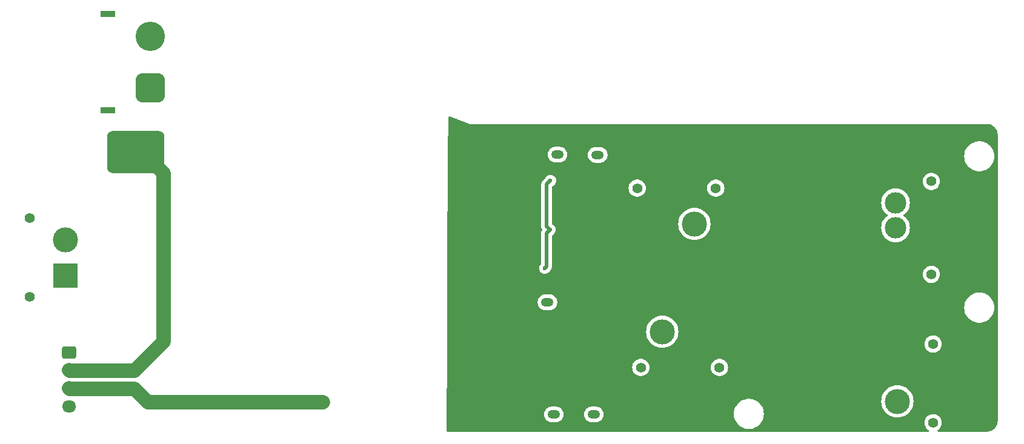
<source format=gbr>
%TF.GenerationSoftware,KiCad,Pcbnew,8.0.1*%
%TF.CreationDate,2024-08-17T14:40:07+02:00*%
%TF.ProjectId,robal_power_board,726f6261-6c5f-4706-9f77-65725f626f61,rev?*%
%TF.SameCoordinates,Original*%
%TF.FileFunction,Copper,L2,Bot*%
%TF.FilePolarity,Positive*%
%FSLAX46Y46*%
G04 Gerber Fmt 4.6, Leading zero omitted, Abs format (unit mm)*
G04 Created by KiCad (PCBNEW 8.0.1) date 2024-08-17 14:40:07*
%MOMM*%
%LPD*%
G01*
G04 APERTURE LIST*
G04 Aperture macros list*
%AMRoundRect*
0 Rectangle with rounded corners*
0 $1 Rounding radius*
0 $2 $3 $4 $5 $6 $7 $8 $9 X,Y pos of 4 corners*
0 Add a 4 corners polygon primitive as box body*
4,1,4,$2,$3,$4,$5,$6,$7,$8,$9,$2,$3,0*
0 Add four circle primitives for the rounded corners*
1,1,$1+$1,$2,$3*
1,1,$1+$1,$4,$5*
1,1,$1+$1,$6,$7*
1,1,$1+$1,$8,$9*
0 Add four rect primitives between the rounded corners*
20,1,$1+$1,$2,$3,$4,$5,0*
20,1,$1+$1,$4,$5,$6,$7,0*
20,1,$1+$1,$6,$7,$8,$9,0*
20,1,$1+$1,$8,$9,$2,$3,0*%
G04 Aperture macros list end*
%TA.AperFunction,ComponentPad*%
%ADD10C,1.400000*%
%TD*%
%TA.AperFunction,ComponentPad*%
%ADD11R,3.500000X3.500000*%
%TD*%
%TA.AperFunction,ComponentPad*%
%ADD12C,3.500000*%
%TD*%
%TA.AperFunction,ComponentPad*%
%ADD13RoundRect,0.250000X0.625000X-0.350000X0.625000X0.350000X-0.625000X0.350000X-0.625000X-0.350000X0*%
%TD*%
%TA.AperFunction,ComponentPad*%
%ADD14O,1.750000X1.200000*%
%TD*%
%TA.AperFunction,ComponentPad*%
%ADD15RoundRect,0.900000X-3.100000X-2.100000X3.100000X-2.100000X3.100000X2.100000X-3.100000X2.100000X0*%
%TD*%
%TA.AperFunction,ComponentPad*%
%ADD16RoundRect,0.900000X3.350000X-2.100000X3.350000X2.100000X-3.350000X2.100000X-3.350000X-2.100000X0*%
%TD*%
%TA.AperFunction,ComponentPad*%
%ADD17RoundRect,0.250000X-0.625000X0.350000X-0.625000X-0.350000X0.625000X-0.350000X0.625000X0.350000X0*%
%TD*%
%TA.AperFunction,ComponentPad*%
%ADD18R,2.000000X0.900000*%
%TD*%
%TA.AperFunction,ComponentPad*%
%ADD19RoundRect,1.025000X1.025000X-1.025000X1.025000X1.025000X-1.025000X1.025000X-1.025000X-1.025000X0*%
%TD*%
%TA.AperFunction,ComponentPad*%
%ADD20C,4.100000*%
%TD*%
%TA.AperFunction,ComponentPad*%
%ADD21RoundRect,0.250000X-0.725000X0.600000X-0.725000X-0.600000X0.725000X-0.600000X0.725000X0.600000X0*%
%TD*%
%TA.AperFunction,ComponentPad*%
%ADD22O,1.950000X1.700000*%
%TD*%
%TA.AperFunction,ComponentPad*%
%ADD23R,3.000000X3.000000*%
%TD*%
%TA.AperFunction,ComponentPad*%
%ADD24C,3.000000*%
%TD*%
%TA.AperFunction,ViaPad*%
%ADD25C,0.800000*%
%TD*%
%TA.AperFunction,ViaPad*%
%ADD26C,0.600000*%
%TD*%
%TA.AperFunction,Conductor*%
%ADD27C,2.000000*%
%TD*%
%TA.AperFunction,Conductor*%
%ADD28C,0.500000*%
%TD*%
G04 APERTURE END LIST*
D10*
%TO.P,J11,*%
%TO.N,*%
X154398000Y-76526000D03*
X165398000Y-76526000D03*
D11*
%TO.P,J11,1,Pin_1*%
%TO.N,GND*%
X157398000Y-81526000D03*
D12*
%TO.P,J11,2,Pin_2*%
%TO.N,VCC*%
X162398000Y-81526000D03*
%TD*%
D13*
%TO.P,SWITCH,1,Pin_1*%
%TO.N,GND*%
X141862326Y-94486718D03*
D14*
%TO.P,SWITCH,2,Pin_2*%
%TO.N,Net-(J7-Pin_2)*%
X141862326Y-92486718D03*
%TD*%
D15*
%TO.P,U1,3,8.4V*%
%TO.N,Net-(J2-Pin_2)*%
X84324000Y-71461000D03*
D16*
%TO.P,U1,8,LOAD-*%
%TO.N,GND*%
X134824000Y-93136000D03*
%TD*%
D10*
%TO.P,SENSOR_BOARD,*%
%TO.N,*%
X195756000Y-98322000D03*
X195756000Y-109322000D03*
D11*
%TO.P,SENSOR_BOARD,1,Pin_1*%
%TO.N,GND*%
X190756000Y-101322000D03*
D12*
%TO.P,SENSOR_BOARD,2,Pin_2*%
%TO.N,VCC*%
X190756000Y-106322000D03*
%TD*%
D17*
%TO.P,J13,1,Pin_1*%
%TO.N,GND*%
X148886000Y-69866000D03*
D14*
%TO.P,J13,2,Pin_2*%
%TO.N,VCC*%
X148886000Y-71866000D03*
%TD*%
D18*
%TO.P,J1,*%
%TO.N,*%
X80398000Y-65678000D03*
X80398000Y-52178000D03*
D19*
%TO.P,J1,1,Pin_1*%
%TO.N,Net-(J1-Pin_1)*%
X86398000Y-62528000D03*
D20*
%TO.P,J1,2,Pin_2*%
%TO.N,Net-(J1-Pin_2)*%
X86398000Y-55328000D03*
%TD*%
D17*
%TO.P,J6,1,Pin_1*%
%TO.N,GND*%
X148336000Y-106172000D03*
D14*
%TO.P,J6,2,Pin_2*%
%TO.N,VCC*%
X148336000Y-108172000D03*
%TD*%
D10*
%TO.P,J12,*%
%TO.N,*%
X165906000Y-101592000D03*
X154906000Y-101592000D03*
D11*
%TO.P,J12,1,Pin_1*%
%TO.N,GND*%
X162906000Y-96592000D03*
D12*
%TO.P,J12,2,Pin_2*%
%TO.N,VCC*%
X157906000Y-96592000D03*
%TD*%
D21*
%TO.P,J2,1,Pin_1*%
%TO.N,unconnected-(J2-Pin_1-Pad1)*%
X75000000Y-99500000D03*
D22*
%TO.P,J2,2,Pin_2*%
%TO.N,Net-(J2-Pin_2)*%
X75000000Y-102000000D03*
%TO.P,J2,3,Pin_3*%
%TO.N,Net-(J2-Pin_3)*%
X75000000Y-104500000D03*
%TO.P,J2,4,Pin_4*%
%TO.N,unconnected-(J2-Pin_4-Pad4)*%
X75000000Y-107000000D03*
%TD*%
D17*
%TO.P,J10,1,Pin_1*%
%TO.N,GND*%
X142748000Y-106172000D03*
D14*
%TO.P,J10,2,Pin_2*%
%TO.N,VCC*%
X142748000Y-108172000D03*
%TD*%
D17*
%TO.P,J8,1,Pin_1*%
%TO.N,GND*%
X143256000Y-69850000D03*
D14*
%TO.P,J8,2,Pin_2*%
%TO.N,VCC*%
X143256000Y-71850000D03*
%TD*%
D10*
%TO.P,CHARGER,*%
%TO.N,*%
X69476000Y-91750000D03*
X69476000Y-80750000D03*
D11*
%TO.P,CHARGER,1,Pin_1*%
%TO.N,Net-(J3-Pin_1)*%
X74476000Y-88750000D03*
D12*
%TO.P,CHARGER,2,Pin_2*%
%TO.N,Net-(J3-Pin_2)*%
X74476000Y-83750000D03*
%TD*%
D10*
%TO.P,J9,*%
%TO.N,*%
X195506000Y-75572000D03*
X195506000Y-88572000D03*
D23*
%TO.P,J9,1,Pin_1*%
%TO.N,GND*%
X190506000Y-85572000D03*
D24*
%TO.P,J9,2,Pin_2*%
%TO.N,+3.3V*%
X190506000Y-82072000D03*
%TO.P,J9,3,Pin_3*%
%TO.N,+5V*%
X190506000Y-78572000D03*
%TD*%
D25*
%TO.N,GND*%
X132588000Y-96012000D03*
X137668000Y-101092000D03*
X177270000Y-70000000D03*
X142748000Y-101092000D03*
X140208000Y-99822000D03*
X133858000Y-102362000D03*
X149098000Y-101092000D03*
X138938000Y-96012000D03*
X181490215Y-86467695D03*
X140208000Y-103378000D03*
X137668000Y-94742000D03*
X174730000Y-70000000D03*
X175988000Y-78812000D03*
X177270000Y-68730000D03*
X128778000Y-92202000D03*
X131318000Y-97282000D03*
X146558000Y-99822000D03*
X135128000Y-102362000D03*
X147828000Y-101092000D03*
X175988000Y-75002000D03*
X131318000Y-102362000D03*
X146558000Y-97282000D03*
X132588000Y-99822000D03*
X145288000Y-97282000D03*
X133858000Y-90932000D03*
X144018000Y-98552000D03*
X149098000Y-103378000D03*
X142748000Y-99822000D03*
X174718000Y-78812000D03*
X138938000Y-92202000D03*
X137668000Y-92202000D03*
X132588000Y-94742000D03*
X140208000Y-98552000D03*
X141478000Y-98552000D03*
X135128000Y-96012000D03*
X131318000Y-99822000D03*
X177258000Y-71192000D03*
X177766000Y-95068000D03*
X136398000Y-101092000D03*
X138938000Y-98552000D03*
X131318000Y-93472000D03*
X177258000Y-80082000D03*
X177258000Y-78812000D03*
X133858000Y-101092000D03*
X174718000Y-71192000D03*
X174730000Y-68730000D03*
X136398000Y-102362000D03*
X177766000Y-97608000D03*
X141478000Y-101092000D03*
X136398000Y-96012000D03*
X182863944Y-68110267D03*
X132588000Y-101092000D03*
X146558000Y-103378000D03*
X137668000Y-97282000D03*
X176000000Y-70000000D03*
X128778000Y-93472000D03*
X133858000Y-96012000D03*
X137668000Y-99822000D03*
X175988000Y-73732000D03*
X135128000Y-90932000D03*
X142748000Y-102362000D03*
X130048000Y-101092000D03*
X175988000Y-80082000D03*
X149098000Y-102362000D03*
X177258000Y-73732000D03*
X133858000Y-99822000D03*
X142748000Y-97282000D03*
X147828000Y-103378000D03*
X175988000Y-71192000D03*
X136398000Y-94742000D03*
X145288000Y-98552000D03*
X128778000Y-94742000D03*
X180547494Y-85552036D03*
X140208000Y-97282000D03*
X144018000Y-103378000D03*
X133858000Y-97282000D03*
X174718000Y-75002000D03*
X135128000Y-93472000D03*
X130048000Y-98552000D03*
X144018000Y-102362000D03*
X144018000Y-101092000D03*
X136398000Y-98552000D03*
X137668000Y-90932000D03*
X177766000Y-96338000D03*
X177766000Y-98878000D03*
X147828000Y-102362000D03*
X146558000Y-102362000D03*
X136398000Y-93472000D03*
X182823494Y-69108029D03*
X138938000Y-90932000D03*
X130048000Y-97282000D03*
X130048000Y-94742000D03*
X135128000Y-98552000D03*
X146558000Y-101092000D03*
X138938000Y-93472000D03*
X142748000Y-103378000D03*
X137668000Y-98552000D03*
X135128000Y-94742000D03*
X144018000Y-97282000D03*
X136398000Y-99822000D03*
X177258000Y-75002000D03*
X138938000Y-94742000D03*
X128778000Y-96012000D03*
X177258000Y-72462000D03*
X137668000Y-96012000D03*
X180560000Y-86432000D03*
X175988000Y-72462000D03*
X174718000Y-80082000D03*
X135128000Y-92202000D03*
X128778000Y-97282000D03*
X131318000Y-92202000D03*
X145288000Y-102362000D03*
X133858000Y-98552000D03*
X136398000Y-90932000D03*
X130048000Y-102362000D03*
X177258000Y-77542000D03*
X144018000Y-99822000D03*
X147828000Y-98552000D03*
X135128000Y-97282000D03*
X176000000Y-68730000D03*
X130048000Y-92202000D03*
X136398000Y-97282000D03*
X131318000Y-101092000D03*
X138938000Y-97282000D03*
X128778000Y-102362000D03*
X128778000Y-90932000D03*
X147828000Y-99822000D03*
X135128000Y-99822000D03*
X175988000Y-76272000D03*
X141478000Y-99822000D03*
X131318000Y-94742000D03*
X174718000Y-73732000D03*
X137668000Y-93472000D03*
X174718000Y-72462000D03*
X175988000Y-77542000D03*
X131318000Y-98552000D03*
X181785282Y-69161962D03*
X141478000Y-103378000D03*
X132588000Y-98552000D03*
X130048000Y-93472000D03*
X128778000Y-99822000D03*
X137668000Y-102362000D03*
X138938000Y-102362000D03*
X145288000Y-103378000D03*
X132588000Y-97282000D03*
X140208000Y-102362000D03*
X181436282Y-85541843D03*
X133858000Y-94742000D03*
X174718000Y-77542000D03*
X132588000Y-102362000D03*
X177258000Y-76272000D03*
X132588000Y-90932000D03*
X131318000Y-96012000D03*
X128778000Y-101092000D03*
X145288000Y-101092000D03*
X128778000Y-98552000D03*
X174718000Y-76272000D03*
X141478000Y-102362000D03*
X181812249Y-68137234D03*
X138938000Y-101092000D03*
X142748000Y-98552000D03*
X135128000Y-101092000D03*
X130048000Y-96012000D03*
X130048000Y-90932000D03*
X138938000Y-99822000D03*
X177766000Y-93798000D03*
X177766000Y-92528000D03*
X130048000Y-99822000D03*
X131318000Y-90932000D03*
X141478000Y-97282000D03*
X146558000Y-98552000D03*
X149098000Y-99822000D03*
X136398000Y-92202000D03*
X145288000Y-99822000D03*
X140208000Y-101092000D03*
%TO.N,Net-(J2-Pin_3)*%
X110490000Y-106426000D03*
X108966000Y-106426000D03*
X107442000Y-106426000D03*
D26*
%TO.N,Net-(Q1-G)*%
X142240000Y-82346647D03*
X142281859Y-75465502D03*
X141499036Y-87703556D03*
%TD*%
D27*
%TO.N,Net-(J2-Pin_3)*%
X84168000Y-104568000D02*
X86026000Y-106426000D01*
X75000000Y-104500000D02*
X75068000Y-104568000D01*
X75068000Y-104568000D02*
X84168000Y-104568000D01*
X86026000Y-106426000D02*
X108966000Y-106426000D01*
X108966000Y-106426000D02*
X110490000Y-106426000D01*
%TO.N,Net-(J2-Pin_2)*%
X75068000Y-102068000D02*
X84132000Y-102068000D01*
X75000000Y-102000000D02*
X75068000Y-102068000D01*
X88200000Y-98000000D02*
X88200000Y-74462000D01*
X88200000Y-74462000D02*
X85574000Y-71836000D01*
X84132000Y-102068000D02*
X88200000Y-98000000D01*
D28*
%TO.N,Net-(Q1-G)*%
X141726740Y-82859907D02*
X141726740Y-87475852D01*
X141764000Y-75983361D02*
X142281859Y-75465502D01*
X142240000Y-82346647D02*
X141764000Y-81870647D01*
X142240000Y-82346647D02*
X141726740Y-82859907D01*
X141764000Y-81870647D02*
X141764000Y-75983361D01*
X141726740Y-87475852D02*
X141499036Y-87703556D01*
%TD*%
%TA.AperFunction,Conductor*%
%TO.N,GND*%
G36*
X128165661Y-66479540D02*
G01*
X130838760Y-67505647D01*
X130856314Y-67514020D01*
X130870815Y-67522392D01*
X130902840Y-67530972D01*
X130915180Y-67534982D01*
X130946151Y-67546871D01*
X130946155Y-67546872D01*
X130962804Y-67548621D01*
X130981934Y-67552165D01*
X130998109Y-67556500D01*
X131031271Y-67556499D01*
X131044234Y-67557178D01*
X131077215Y-67560646D01*
X131093758Y-67558025D01*
X131113142Y-67556498D01*
X203273572Y-67556347D01*
X203282418Y-67556663D01*
X203482555Y-67570977D01*
X203500060Y-67573494D01*
X203691788Y-67615202D01*
X203708747Y-67620181D01*
X203892600Y-67688755D01*
X203908689Y-67696104D01*
X204080893Y-67790138D01*
X204095775Y-67799702D01*
X204252848Y-67917286D01*
X204266211Y-67928865D01*
X204404956Y-68067614D01*
X204416536Y-68080979D01*
X204534117Y-68238053D01*
X204543682Y-68252937D01*
X204637711Y-68425144D01*
X204645057Y-68441229D01*
X204713623Y-68625070D01*
X204718607Y-68642046D01*
X204760310Y-68833774D01*
X204762827Y-68851286D01*
X204777182Y-69052063D01*
X204777498Y-69060908D01*
X204777497Y-69130350D01*
X204777499Y-69130379D01*
X204777499Y-108981996D01*
X204777298Y-108985129D01*
X204777315Y-108991368D01*
X204777315Y-108991370D01*
X204777372Y-109011411D01*
X204777488Y-109052826D01*
X204777196Y-109061673D01*
X204763396Y-109262234D01*
X204760920Y-109279772D01*
X204719606Y-109471943D01*
X204714652Y-109488960D01*
X204646363Y-109673278D01*
X204639034Y-109689415D01*
X204545163Y-109862119D01*
X204535607Y-109877047D01*
X204418074Y-110034600D01*
X204406488Y-110048013D01*
X204267696Y-110187197D01*
X204254317Y-110198820D01*
X204140641Y-110284123D01*
X204097100Y-110316796D01*
X204082199Y-110326394D01*
X203909760Y-110420754D01*
X203893643Y-110428129D01*
X203709521Y-110496937D01*
X203692518Y-110501939D01*
X203500464Y-110543795D01*
X203482922Y-110546322D01*
X203356518Y-110555380D01*
X203282403Y-110560690D01*
X203273554Y-110561007D01*
X196471195Y-110561007D01*
X196404156Y-110541322D01*
X196358401Y-110488518D01*
X196348457Y-110419360D01*
X196377482Y-110355804D01*
X196405918Y-110331580D01*
X196482560Y-110284125D01*
X196482559Y-110284125D01*
X196482562Y-110284124D01*
X196646981Y-110134236D01*
X196781058Y-109956689D01*
X196788689Y-109941365D01*
X196880224Y-109757538D01*
X196880223Y-109757538D01*
X196880229Y-109757528D01*
X196941115Y-109543536D01*
X196961643Y-109322000D01*
X196941115Y-109100464D01*
X196880229Y-108886472D01*
X196843509Y-108812728D01*
X196781061Y-108687316D01*
X196781056Y-108687308D01*
X196646979Y-108509761D01*
X196482562Y-108359876D01*
X196482560Y-108359874D01*
X196293404Y-108242754D01*
X196293398Y-108242752D01*
X196085940Y-108162382D01*
X195867243Y-108121500D01*
X195644757Y-108121500D01*
X195426060Y-108162382D01*
X195294864Y-108213207D01*
X195218601Y-108242752D01*
X195218595Y-108242754D01*
X195029439Y-108359874D01*
X195029437Y-108359876D01*
X194865020Y-108509761D01*
X194730943Y-108687308D01*
X194730938Y-108687316D01*
X194631775Y-108886461D01*
X194631769Y-108886476D01*
X194570885Y-109100462D01*
X194570884Y-109100464D01*
X194550357Y-109321999D01*
X194550357Y-109322000D01*
X194570884Y-109543535D01*
X194570885Y-109543537D01*
X194631769Y-109757523D01*
X194631775Y-109757538D01*
X194730938Y-109956683D01*
X194730943Y-109956691D01*
X194865020Y-110134238D01*
X195029437Y-110284123D01*
X195029439Y-110284125D01*
X195106082Y-110331580D01*
X195152718Y-110383608D01*
X195163822Y-110452589D01*
X195135869Y-110516624D01*
X195077734Y-110555380D01*
X195040805Y-110561007D01*
X127892892Y-110561007D01*
X127825853Y-110541322D01*
X127780098Y-110488518D01*
X127768894Y-110436361D01*
X127780236Y-108258610D01*
X141372500Y-108258610D01*
X141395788Y-108405650D01*
X141399598Y-108429701D01*
X141453127Y-108594445D01*
X141531768Y-108748788D01*
X141633586Y-108888928D01*
X141756072Y-109011414D01*
X141896212Y-109113232D01*
X142050555Y-109191873D01*
X142215299Y-109245402D01*
X142386389Y-109272500D01*
X142386390Y-109272500D01*
X143109610Y-109272500D01*
X143109611Y-109272500D01*
X143280701Y-109245402D01*
X143445445Y-109191873D01*
X143599788Y-109113232D01*
X143739928Y-109011414D01*
X143862414Y-108888928D01*
X143964232Y-108748788D01*
X144042873Y-108594445D01*
X144096402Y-108429701D01*
X144123500Y-108258611D01*
X144123500Y-108258610D01*
X146960500Y-108258610D01*
X146983788Y-108405650D01*
X146987598Y-108429701D01*
X147041127Y-108594445D01*
X147119768Y-108748788D01*
X147221586Y-108888928D01*
X147344072Y-109011414D01*
X147484212Y-109113232D01*
X147638555Y-109191873D01*
X147803299Y-109245402D01*
X147974389Y-109272500D01*
X147974390Y-109272500D01*
X148697610Y-109272500D01*
X148697611Y-109272500D01*
X148868701Y-109245402D01*
X149033445Y-109191873D01*
X149187788Y-109113232D01*
X149327928Y-109011414D01*
X149450414Y-108888928D01*
X149552232Y-108748788D01*
X149630873Y-108594445D01*
X149684402Y-108429701D01*
X149711500Y-108258611D01*
X149711500Y-108085389D01*
X149709379Y-108072000D01*
X167894592Y-108072000D01*
X167914201Y-108358680D01*
X167914201Y-108358684D01*
X167914202Y-108358686D01*
X167923961Y-108405650D01*
X167972666Y-108640034D01*
X167972667Y-108640037D01*
X168068894Y-108910793D01*
X168068893Y-108910793D01*
X168201098Y-109165935D01*
X168366812Y-109400700D01*
X168433349Y-109471943D01*
X168562947Y-109610708D01*
X168785853Y-109792055D01*
X168913902Y-109869924D01*
X169031382Y-109941365D01*
X169218237Y-110022526D01*
X169294942Y-110055844D01*
X169571642Y-110133371D01*
X169821920Y-110167771D01*
X169856321Y-110172500D01*
X169856322Y-110172500D01*
X170143679Y-110172500D01*
X170174370Y-110168281D01*
X170428358Y-110133371D01*
X170705058Y-110055844D01*
X170818015Y-110006779D01*
X170968617Y-109941365D01*
X170968620Y-109941363D01*
X170968625Y-109941361D01*
X171214147Y-109792055D01*
X171437053Y-109610708D01*
X171633189Y-109400698D01*
X171798901Y-109165936D01*
X171931104Y-108910797D01*
X172027334Y-108640032D01*
X172085798Y-108358686D01*
X172105408Y-108072000D01*
X172085798Y-107785314D01*
X172027334Y-107503968D01*
X171931105Y-107233206D01*
X171931106Y-107233206D01*
X171798901Y-106978064D01*
X171633187Y-106743299D01*
X171514636Y-106616363D01*
X171437053Y-106533292D01*
X171214147Y-106351945D01*
X171214146Y-106351944D01*
X171164917Y-106322007D01*
X188500671Y-106322007D01*
X188519964Y-106616363D01*
X188519965Y-106616373D01*
X188519966Y-106616380D01*
X188545211Y-106743299D01*
X188577518Y-106905716D01*
X188577521Y-106905730D01*
X188672349Y-107185080D01*
X188802825Y-107449660D01*
X188802829Y-107449667D01*
X188966725Y-107694955D01*
X189161241Y-107916758D01*
X189383044Y-108111274D01*
X189579818Y-108242754D01*
X189628335Y-108275172D01*
X189892923Y-108405652D01*
X190172278Y-108500481D01*
X190461620Y-108558034D01*
X190489888Y-108559886D01*
X190755993Y-108577329D01*
X190756000Y-108577329D01*
X190756007Y-108577329D01*
X190991675Y-108561881D01*
X191050380Y-108558034D01*
X191339722Y-108500481D01*
X191619077Y-108405652D01*
X191883665Y-108275172D01*
X192128957Y-108111273D01*
X192350758Y-107916758D01*
X192545273Y-107694957D01*
X192709172Y-107449665D01*
X192839652Y-107185077D01*
X192934481Y-106905722D01*
X192992034Y-106616380D01*
X192997480Y-106533289D01*
X193011329Y-106322007D01*
X193011329Y-106321992D01*
X192992035Y-106027636D01*
X192992034Y-106027620D01*
X192934481Y-105738278D01*
X192839652Y-105458923D01*
X192709172Y-105194336D01*
X192545273Y-104949043D01*
X192502655Y-104900447D01*
X192350758Y-104727241D01*
X192128955Y-104532725D01*
X191883667Y-104368829D01*
X191883660Y-104368825D01*
X191619080Y-104238349D01*
X191339730Y-104143521D01*
X191339724Y-104143519D01*
X191339722Y-104143519D01*
X191050380Y-104085966D01*
X191050373Y-104085965D01*
X191050363Y-104085964D01*
X190756007Y-104066671D01*
X190755993Y-104066671D01*
X190461636Y-104085964D01*
X190461624Y-104085965D01*
X190461620Y-104085966D01*
X190461612Y-104085967D01*
X190461609Y-104085968D01*
X190172283Y-104143518D01*
X190172269Y-104143521D01*
X189892919Y-104238349D01*
X189628334Y-104368828D01*
X189383041Y-104532728D01*
X189161241Y-104727241D01*
X188966728Y-104949041D01*
X188802828Y-105194334D01*
X188672349Y-105458919D01*
X188577521Y-105738269D01*
X188577518Y-105738283D01*
X188519968Y-106027609D01*
X188519964Y-106027636D01*
X188500671Y-106321992D01*
X188500671Y-106322007D01*
X171164917Y-106322007D01*
X170968617Y-106202634D01*
X170705063Y-106088158D01*
X170705061Y-106088157D01*
X170705058Y-106088156D01*
X170575578Y-106051877D01*
X170428364Y-106010630D01*
X170428359Y-106010629D01*
X170428358Y-106010629D01*
X170286018Y-105991064D01*
X170143679Y-105971500D01*
X170143678Y-105971500D01*
X169856322Y-105971500D01*
X169856321Y-105971500D01*
X169571642Y-106010629D01*
X169571635Y-106010630D01*
X169363861Y-106068845D01*
X169294942Y-106088156D01*
X169294939Y-106088156D01*
X169294936Y-106088158D01*
X169294935Y-106088158D01*
X169031382Y-106202634D01*
X168785853Y-106351944D01*
X168562950Y-106533289D01*
X168366812Y-106743299D01*
X168201098Y-106978064D01*
X168068894Y-107233206D01*
X167972667Y-107503962D01*
X167972666Y-107503965D01*
X167914201Y-107785319D01*
X167894592Y-108072000D01*
X149709379Y-108072000D01*
X149684402Y-107914299D01*
X149630873Y-107749555D01*
X149552232Y-107595212D01*
X149450414Y-107455072D01*
X149327928Y-107332586D01*
X149187788Y-107230768D01*
X149033445Y-107152127D01*
X148868701Y-107098598D01*
X148868699Y-107098597D01*
X148868698Y-107098597D01*
X148737271Y-107077781D01*
X148697611Y-107071500D01*
X147974389Y-107071500D01*
X147934728Y-107077781D01*
X147803302Y-107098597D01*
X147638552Y-107152128D01*
X147484211Y-107230768D01*
X147404256Y-107288859D01*
X147344072Y-107332586D01*
X147344070Y-107332588D01*
X147344069Y-107332588D01*
X147221588Y-107455069D01*
X147221588Y-107455070D01*
X147221586Y-107455072D01*
X147218907Y-107458760D01*
X147119768Y-107595211D01*
X147041128Y-107749552D01*
X146987597Y-107914302D01*
X146960500Y-108085389D01*
X146960500Y-108258610D01*
X144123500Y-108258610D01*
X144123500Y-108085389D01*
X144096402Y-107914299D01*
X144042873Y-107749555D01*
X143964232Y-107595212D01*
X143862414Y-107455072D01*
X143739928Y-107332586D01*
X143599788Y-107230768D01*
X143445445Y-107152127D01*
X143280701Y-107098598D01*
X143280699Y-107098597D01*
X143280698Y-107098597D01*
X143149271Y-107077781D01*
X143109611Y-107071500D01*
X142386389Y-107071500D01*
X142346728Y-107077781D01*
X142215302Y-107098597D01*
X142050552Y-107152128D01*
X141896211Y-107230768D01*
X141816256Y-107288859D01*
X141756072Y-107332586D01*
X141756070Y-107332588D01*
X141756069Y-107332588D01*
X141633588Y-107455069D01*
X141633588Y-107455070D01*
X141633586Y-107455072D01*
X141630907Y-107458760D01*
X141531768Y-107595211D01*
X141453128Y-107749552D01*
X141399597Y-107914302D01*
X141372500Y-108085389D01*
X141372500Y-108258610D01*
X127780236Y-108258610D01*
X127784402Y-107458760D01*
X127814958Y-101592000D01*
X153700357Y-101592000D01*
X153720884Y-101813535D01*
X153720885Y-101813537D01*
X153781769Y-102027523D01*
X153781775Y-102027538D01*
X153880938Y-102226683D01*
X153880943Y-102226691D01*
X154015020Y-102404238D01*
X154179437Y-102554123D01*
X154179439Y-102554125D01*
X154368595Y-102671245D01*
X154368596Y-102671245D01*
X154368599Y-102671247D01*
X154576060Y-102751618D01*
X154794757Y-102792500D01*
X154794759Y-102792500D01*
X155017241Y-102792500D01*
X155017243Y-102792500D01*
X155235940Y-102751618D01*
X155443401Y-102671247D01*
X155632562Y-102554124D01*
X155796981Y-102404236D01*
X155931058Y-102226689D01*
X156030229Y-102027528D01*
X156091115Y-101813536D01*
X156111643Y-101592000D01*
X164700357Y-101592000D01*
X164720884Y-101813535D01*
X164720885Y-101813537D01*
X164781769Y-102027523D01*
X164781775Y-102027538D01*
X164880938Y-102226683D01*
X164880943Y-102226691D01*
X165015020Y-102404238D01*
X165179437Y-102554123D01*
X165179439Y-102554125D01*
X165368595Y-102671245D01*
X165368596Y-102671245D01*
X165368599Y-102671247D01*
X165576060Y-102751618D01*
X165794757Y-102792500D01*
X165794759Y-102792500D01*
X166017241Y-102792500D01*
X166017243Y-102792500D01*
X166235940Y-102751618D01*
X166443401Y-102671247D01*
X166632562Y-102554124D01*
X166796981Y-102404236D01*
X166931058Y-102226689D01*
X167030229Y-102027528D01*
X167091115Y-101813536D01*
X167111643Y-101592000D01*
X167091115Y-101370464D01*
X167030229Y-101156472D01*
X167030224Y-101156461D01*
X166931061Y-100957316D01*
X166931056Y-100957308D01*
X166796979Y-100779761D01*
X166632562Y-100629876D01*
X166632560Y-100629874D01*
X166443404Y-100512754D01*
X166443398Y-100512752D01*
X166235940Y-100432382D01*
X166017243Y-100391500D01*
X165794757Y-100391500D01*
X165576060Y-100432382D01*
X165444864Y-100483207D01*
X165368601Y-100512752D01*
X165368595Y-100512754D01*
X165179439Y-100629874D01*
X165179437Y-100629876D01*
X165015020Y-100779761D01*
X164880943Y-100957308D01*
X164880938Y-100957316D01*
X164781775Y-101156461D01*
X164781769Y-101156476D01*
X164720885Y-101370462D01*
X164720884Y-101370464D01*
X164700357Y-101591999D01*
X164700357Y-101592000D01*
X156111643Y-101592000D01*
X156091115Y-101370464D01*
X156030229Y-101156472D01*
X156030224Y-101156461D01*
X155931061Y-100957316D01*
X155931056Y-100957308D01*
X155796979Y-100779761D01*
X155632562Y-100629876D01*
X155632560Y-100629874D01*
X155443404Y-100512754D01*
X155443398Y-100512752D01*
X155235940Y-100432382D01*
X155017243Y-100391500D01*
X154794757Y-100391500D01*
X154576060Y-100432382D01*
X154444864Y-100483207D01*
X154368601Y-100512752D01*
X154368595Y-100512754D01*
X154179439Y-100629874D01*
X154179437Y-100629876D01*
X154015020Y-100779761D01*
X153880943Y-100957308D01*
X153880938Y-100957316D01*
X153781775Y-101156461D01*
X153781769Y-101156476D01*
X153720885Y-101370462D01*
X153720884Y-101370464D01*
X153700357Y-101591999D01*
X153700357Y-101592000D01*
X127814958Y-101592000D01*
X127840999Y-96592007D01*
X155650671Y-96592007D01*
X155669964Y-96886363D01*
X155669965Y-96886373D01*
X155669966Y-96886380D01*
X155669968Y-96886390D01*
X155727518Y-97175716D01*
X155727521Y-97175730D01*
X155822349Y-97455080D01*
X155952825Y-97719660D01*
X155952829Y-97719667D01*
X156116725Y-97964955D01*
X156311241Y-98186758D01*
X156465454Y-98321999D01*
X156533043Y-98381273D01*
X156778335Y-98545172D01*
X157042923Y-98675652D01*
X157322278Y-98770481D01*
X157611620Y-98828034D01*
X157639888Y-98829886D01*
X157905993Y-98847329D01*
X157906000Y-98847329D01*
X157906007Y-98847329D01*
X158141675Y-98831881D01*
X158200380Y-98828034D01*
X158489722Y-98770481D01*
X158769077Y-98675652D01*
X159033665Y-98545172D01*
X159278957Y-98381273D01*
X159346545Y-98322000D01*
X194550357Y-98322000D01*
X194570884Y-98543535D01*
X194570885Y-98543537D01*
X194631769Y-98757523D01*
X194631775Y-98757538D01*
X194730938Y-98956683D01*
X194730943Y-98956691D01*
X194865020Y-99134238D01*
X195029437Y-99284123D01*
X195029439Y-99284125D01*
X195218595Y-99401245D01*
X195218596Y-99401245D01*
X195218599Y-99401247D01*
X195426060Y-99481618D01*
X195644757Y-99522500D01*
X195644759Y-99522500D01*
X195867241Y-99522500D01*
X195867243Y-99522500D01*
X196085940Y-99481618D01*
X196293401Y-99401247D01*
X196482562Y-99284124D01*
X196646981Y-99134236D01*
X196781058Y-98956689D01*
X196880229Y-98757528D01*
X196941115Y-98543536D01*
X196961643Y-98322000D01*
X196941115Y-98100464D01*
X196880229Y-97886472D01*
X196880224Y-97886461D01*
X196781061Y-97687316D01*
X196781056Y-97687308D01*
X196646979Y-97509761D01*
X196482562Y-97359876D01*
X196482560Y-97359874D01*
X196293404Y-97242754D01*
X196293398Y-97242752D01*
X196085940Y-97162382D01*
X195867243Y-97121500D01*
X195644757Y-97121500D01*
X195426060Y-97162382D01*
X195294864Y-97213207D01*
X195218601Y-97242752D01*
X195218595Y-97242754D01*
X195029439Y-97359874D01*
X195029437Y-97359876D01*
X194865020Y-97509761D01*
X194730943Y-97687308D01*
X194730938Y-97687316D01*
X194631775Y-97886461D01*
X194631769Y-97886476D01*
X194570885Y-98100462D01*
X194570884Y-98100464D01*
X194550357Y-98321999D01*
X194550357Y-98322000D01*
X159346545Y-98322000D01*
X159500758Y-98186758D01*
X159695273Y-97964957D01*
X159859172Y-97719665D01*
X159989652Y-97455077D01*
X160084481Y-97175722D01*
X160142034Y-96886380D01*
X160161329Y-96592000D01*
X160161329Y-96591992D01*
X160142035Y-96297636D01*
X160142034Y-96297620D01*
X160084481Y-96008278D01*
X159989652Y-95728923D01*
X159859172Y-95464336D01*
X159695273Y-95219043D01*
X159583302Y-95091365D01*
X159500758Y-94997241D01*
X159278955Y-94802725D01*
X159033667Y-94638829D01*
X159033660Y-94638825D01*
X158769080Y-94508349D01*
X158489730Y-94413521D01*
X158489724Y-94413519D01*
X158489722Y-94413519D01*
X158200380Y-94355966D01*
X158200373Y-94355965D01*
X158200363Y-94355964D01*
X157906007Y-94336671D01*
X157905993Y-94336671D01*
X157611636Y-94355964D01*
X157611624Y-94355965D01*
X157611620Y-94355966D01*
X157611612Y-94355967D01*
X157611609Y-94355968D01*
X157322283Y-94413518D01*
X157322269Y-94413521D01*
X157042919Y-94508349D01*
X156778334Y-94638828D01*
X156533041Y-94802728D01*
X156311241Y-94997241D01*
X156116728Y-95219041D01*
X155952828Y-95464334D01*
X155822349Y-95728919D01*
X155727521Y-96008269D01*
X155727518Y-96008283D01*
X155669968Y-96297609D01*
X155669964Y-96297636D01*
X155650671Y-96591992D01*
X155650671Y-96592007D01*
X127840999Y-96592007D01*
X127861930Y-92573329D01*
X140486826Y-92573329D01*
X140513924Y-92744419D01*
X140567453Y-92909163D01*
X140646094Y-93063506D01*
X140747912Y-93203646D01*
X140870398Y-93326132D01*
X141010538Y-93427950D01*
X141164881Y-93506591D01*
X141329625Y-93560120D01*
X141500715Y-93587218D01*
X141500716Y-93587218D01*
X142223936Y-93587218D01*
X142223937Y-93587218D01*
X142395027Y-93560120D01*
X142559771Y-93506591D01*
X142714114Y-93427950D01*
X142854254Y-93326132D01*
X142958386Y-93222000D01*
X200100592Y-93222000D01*
X200120201Y-93508680D01*
X200178666Y-93790034D01*
X200178667Y-93790037D01*
X200274894Y-94060793D01*
X200274893Y-94060793D01*
X200407098Y-94315935D01*
X200572812Y-94550700D01*
X200655116Y-94638825D01*
X200768947Y-94760708D01*
X200820597Y-94802728D01*
X200991853Y-94942055D01*
X201237382Y-95091365D01*
X201424237Y-95172526D01*
X201500942Y-95205844D01*
X201777642Y-95283371D01*
X202027920Y-95317771D01*
X202062321Y-95322500D01*
X202062322Y-95322500D01*
X202349679Y-95322500D01*
X202380370Y-95318281D01*
X202634358Y-95283371D01*
X202911058Y-95205844D01*
X203024015Y-95156779D01*
X203174617Y-95091365D01*
X203174620Y-95091363D01*
X203174625Y-95091361D01*
X203420147Y-94942055D01*
X203643053Y-94760708D01*
X203839189Y-94550698D01*
X204004901Y-94315936D01*
X204137104Y-94060797D01*
X204233334Y-93790032D01*
X204291798Y-93508686D01*
X204311408Y-93222000D01*
X204291798Y-92935314D01*
X204233334Y-92653968D01*
X204137105Y-92383206D01*
X204137106Y-92383206D01*
X204004901Y-92128064D01*
X203839187Y-91893299D01*
X203760554Y-91809105D01*
X203643053Y-91683292D01*
X203420147Y-91501945D01*
X203420146Y-91501944D01*
X203174617Y-91352634D01*
X202911063Y-91238158D01*
X202911061Y-91238157D01*
X202911058Y-91238156D01*
X202781578Y-91201877D01*
X202634364Y-91160630D01*
X202634359Y-91160629D01*
X202634358Y-91160629D01*
X202492018Y-91141064D01*
X202349679Y-91121500D01*
X202349678Y-91121500D01*
X202062322Y-91121500D01*
X202062321Y-91121500D01*
X201777642Y-91160629D01*
X201777635Y-91160630D01*
X201569861Y-91218845D01*
X201500942Y-91238156D01*
X201500939Y-91238156D01*
X201500936Y-91238158D01*
X201500935Y-91238158D01*
X201237382Y-91352634D01*
X200991853Y-91501944D01*
X200768950Y-91683289D01*
X200572812Y-91893299D01*
X200407098Y-92128064D01*
X200274894Y-92383206D01*
X200178667Y-92653962D01*
X200178666Y-92653965D01*
X200120201Y-92935319D01*
X200100592Y-93222000D01*
X142958386Y-93222000D01*
X142976740Y-93203646D01*
X143078558Y-93063506D01*
X143157199Y-92909163D01*
X143210728Y-92744419D01*
X143237826Y-92573329D01*
X143237826Y-92400107D01*
X143210728Y-92229017D01*
X143157199Y-92064273D01*
X143078558Y-91909930D01*
X142976740Y-91769790D01*
X142854254Y-91647304D01*
X142714114Y-91545486D01*
X142559771Y-91466845D01*
X142395027Y-91413316D01*
X142395025Y-91413315D01*
X142395024Y-91413315D01*
X142263597Y-91392499D01*
X142223937Y-91386218D01*
X141500715Y-91386218D01*
X141461054Y-91392499D01*
X141329628Y-91413315D01*
X141164878Y-91466846D01*
X141010537Y-91545486D01*
X140930582Y-91603577D01*
X140870398Y-91647304D01*
X140870396Y-91647306D01*
X140870395Y-91647306D01*
X140747914Y-91769787D01*
X140747914Y-91769788D01*
X140747912Y-91769790D01*
X140704185Y-91829974D01*
X140646094Y-91909929D01*
X140567454Y-92064270D01*
X140513923Y-92229020D01*
X140489503Y-92383203D01*
X140486826Y-92400107D01*
X140486826Y-92573329D01*
X127861930Y-92573329D01*
X127882770Y-88572000D01*
X194300357Y-88572000D01*
X194320884Y-88793535D01*
X194320885Y-88793537D01*
X194381769Y-89007523D01*
X194381775Y-89007538D01*
X194480938Y-89206683D01*
X194480943Y-89206691D01*
X194615020Y-89384238D01*
X194779437Y-89534123D01*
X194779439Y-89534125D01*
X194968595Y-89651245D01*
X194968596Y-89651245D01*
X194968599Y-89651247D01*
X195176060Y-89731618D01*
X195394757Y-89772500D01*
X195394759Y-89772500D01*
X195617241Y-89772500D01*
X195617243Y-89772500D01*
X195835940Y-89731618D01*
X196043401Y-89651247D01*
X196232562Y-89534124D01*
X196396981Y-89384236D01*
X196531058Y-89206689D01*
X196630229Y-89007528D01*
X196691115Y-88793536D01*
X196711643Y-88572000D01*
X196705816Y-88509121D01*
X196691115Y-88350464D01*
X196691114Y-88350462D01*
X196686251Y-88333372D01*
X196630229Y-88136472D01*
X196588704Y-88053079D01*
X196531061Y-87937316D01*
X196531056Y-87937308D01*
X196396979Y-87759761D01*
X196232562Y-87609876D01*
X196232560Y-87609874D01*
X196043404Y-87492754D01*
X196043398Y-87492752D01*
X195835940Y-87412382D01*
X195617243Y-87371500D01*
X195394757Y-87371500D01*
X195176060Y-87412382D01*
X195044864Y-87463207D01*
X194968601Y-87492752D01*
X194968595Y-87492754D01*
X194779439Y-87609874D01*
X194779437Y-87609876D01*
X194615020Y-87759761D01*
X194480943Y-87937308D01*
X194480938Y-87937316D01*
X194381775Y-88136461D01*
X194381769Y-88136476D01*
X194320885Y-88350462D01*
X194320884Y-88350464D01*
X194300357Y-88571999D01*
X194300357Y-88572000D01*
X127882770Y-88572000D01*
X127887293Y-87703559D01*
X140693471Y-87703559D01*
X140713666Y-87882805D01*
X140713667Y-87882810D01*
X140773247Y-88053079D01*
X140825640Y-88136461D01*
X140869220Y-88205818D01*
X140996774Y-88333372D01*
X141149514Y-88429345D01*
X141319781Y-88488924D01*
X141319786Y-88488925D01*
X141499032Y-88509121D01*
X141499036Y-88509121D01*
X141499040Y-88509121D01*
X141678285Y-88488925D01*
X141678288Y-88488924D01*
X141678291Y-88488924D01*
X141848558Y-88429345D01*
X142001298Y-88333372D01*
X142128852Y-88205818D01*
X142224825Y-88053078D01*
X142224826Y-88053072D01*
X142224828Y-88053071D01*
X142227849Y-88046800D01*
X142229689Y-88047686D01*
X142252341Y-88011616D01*
X142309691Y-87954268D01*
X142325965Y-87929911D01*
X142357437Y-87882812D01*
X142357437Y-87882811D01*
X142357441Y-87882805D01*
X142391824Y-87831347D01*
X142448398Y-87694765D01*
X142477240Y-87549770D01*
X142477240Y-83222136D01*
X142496925Y-83155097D01*
X142513552Y-83134461D01*
X142548062Y-83099951D01*
X142584134Y-83077297D01*
X142583248Y-83075457D01*
X142589510Y-83072439D01*
X142589522Y-83072436D01*
X142742262Y-82976463D01*
X142869816Y-82848909D01*
X142965789Y-82696169D01*
X143025368Y-82525902D01*
X143027789Y-82504418D01*
X143045565Y-82346650D01*
X143045565Y-82346643D01*
X143025369Y-82167397D01*
X143025368Y-82167392D01*
X142965788Y-81997123D01*
X142869815Y-81844384D01*
X142742262Y-81716831D01*
X142589514Y-81620853D01*
X142584686Y-81618528D01*
X142532832Y-81571700D01*
X142519923Y-81526007D01*
X160142671Y-81526007D01*
X160161964Y-81820363D01*
X160161965Y-81820373D01*
X160161966Y-81820380D01*
X160215509Y-82089564D01*
X160219518Y-82109716D01*
X160219521Y-82109730D01*
X160314349Y-82389080D01*
X160444825Y-82653660D01*
X160444829Y-82653667D01*
X160608725Y-82898955D01*
X160803241Y-83120758D01*
X161025043Y-83315273D01*
X161270335Y-83479172D01*
X161534923Y-83609652D01*
X161814278Y-83704481D01*
X162103620Y-83762034D01*
X162131888Y-83763886D01*
X162397993Y-83781329D01*
X162398000Y-83781329D01*
X162398007Y-83781329D01*
X162633675Y-83765881D01*
X162692380Y-83762034D01*
X162981722Y-83704481D01*
X163261077Y-83609652D01*
X163525665Y-83479172D01*
X163770957Y-83315273D01*
X163992758Y-83120758D01*
X164187273Y-82898957D01*
X164351172Y-82653665D01*
X164481652Y-82389077D01*
X164576481Y-82109722D01*
X164583984Y-82072001D01*
X188500390Y-82072001D01*
X188520804Y-82357433D01*
X188581628Y-82637037D01*
X188581630Y-82637043D01*
X188581631Y-82637046D01*
X188603683Y-82696169D01*
X188681635Y-82905166D01*
X188818770Y-83156309D01*
X188818775Y-83156317D01*
X188990254Y-83385387D01*
X188990270Y-83385405D01*
X189192594Y-83587729D01*
X189192612Y-83587745D01*
X189421682Y-83759224D01*
X189421690Y-83759229D01*
X189672833Y-83896364D01*
X189672832Y-83896364D01*
X189672836Y-83896365D01*
X189672839Y-83896367D01*
X189940954Y-83996369D01*
X189940960Y-83996370D01*
X189940962Y-83996371D01*
X190220566Y-84057195D01*
X190220568Y-84057195D01*
X190220572Y-84057196D01*
X190474220Y-84075337D01*
X190505999Y-84077610D01*
X190506000Y-84077610D01*
X190506001Y-84077610D01*
X190534595Y-84075564D01*
X190791428Y-84057196D01*
X191071046Y-83996369D01*
X191339161Y-83896367D01*
X191590315Y-83759226D01*
X191819395Y-83587739D01*
X192021739Y-83385395D01*
X192193226Y-83156315D01*
X192330367Y-82905161D01*
X192430369Y-82637046D01*
X192470276Y-82453595D01*
X192491195Y-82357433D01*
X192491195Y-82357432D01*
X192491196Y-82357428D01*
X192511610Y-82072000D01*
X192491196Y-81786572D01*
X192455147Y-81620858D01*
X192430371Y-81506962D01*
X192430370Y-81506960D01*
X192430369Y-81506954D01*
X192330367Y-81238839D01*
X192193226Y-80987685D01*
X192159228Y-80942269D01*
X192021745Y-80758612D01*
X192021729Y-80758594D01*
X191819405Y-80556270D01*
X191819387Y-80556254D01*
X191639064Y-80421267D01*
X191597192Y-80365334D01*
X191592208Y-80295642D01*
X191625693Y-80234319D01*
X191639064Y-80222733D01*
X191819387Y-80087745D01*
X191819387Y-80087744D01*
X191819395Y-80087739D01*
X192021739Y-79885395D01*
X192193226Y-79656315D01*
X192330367Y-79405161D01*
X192430369Y-79137046D01*
X192491196Y-78857428D01*
X192511610Y-78572000D01*
X192491196Y-78286572D01*
X192430369Y-78006954D01*
X192330367Y-77738839D01*
X192323629Y-77726500D01*
X192193229Y-77487690D01*
X192193224Y-77487682D01*
X192021745Y-77258612D01*
X192021729Y-77258594D01*
X191819405Y-77056270D01*
X191819387Y-77056254D01*
X191590317Y-76884775D01*
X191590309Y-76884770D01*
X191339166Y-76747635D01*
X191339167Y-76747635D01*
X191231915Y-76707632D01*
X191071046Y-76647631D01*
X191071043Y-76647630D01*
X191071037Y-76647628D01*
X190791433Y-76586804D01*
X190506001Y-76566390D01*
X190505999Y-76566390D01*
X190220566Y-76586804D01*
X189940962Y-76647628D01*
X189672833Y-76747635D01*
X189421690Y-76884770D01*
X189421682Y-76884775D01*
X189192612Y-77056254D01*
X189192594Y-77056270D01*
X188990270Y-77258594D01*
X188990254Y-77258612D01*
X188818775Y-77487682D01*
X188818770Y-77487690D01*
X188681635Y-77738833D01*
X188581628Y-78006962D01*
X188520804Y-78286566D01*
X188500390Y-78571998D01*
X188500390Y-78572001D01*
X188520804Y-78857433D01*
X188581628Y-79137037D01*
X188581630Y-79137043D01*
X188581631Y-79137046D01*
X188681633Y-79405161D01*
X188681635Y-79405166D01*
X188818770Y-79656309D01*
X188818775Y-79656317D01*
X188990254Y-79885387D01*
X188990270Y-79885405D01*
X189192594Y-80087729D01*
X189192612Y-80087745D01*
X189372935Y-80222733D01*
X189414807Y-80278667D01*
X189419791Y-80348358D01*
X189386306Y-80409681D01*
X189372935Y-80421267D01*
X189192612Y-80556254D01*
X189192594Y-80556270D01*
X188990270Y-80758594D01*
X188990254Y-80758612D01*
X188818775Y-80987682D01*
X188818770Y-80987690D01*
X188681635Y-81238833D01*
X188581628Y-81506962D01*
X188520804Y-81786566D01*
X188500390Y-82071998D01*
X188500390Y-82072001D01*
X164583984Y-82072001D01*
X164634034Y-81820380D01*
X164647112Y-81620853D01*
X164653329Y-81526007D01*
X164653329Y-81525992D01*
X164634035Y-81231636D01*
X164634034Y-81231620D01*
X164576481Y-80942278D01*
X164481652Y-80662923D01*
X164351172Y-80398336D01*
X164187273Y-80153043D01*
X164129994Y-80087729D01*
X163992758Y-79931241D01*
X163770955Y-79736725D01*
X163525667Y-79572829D01*
X163525660Y-79572825D01*
X163261080Y-79442349D01*
X162981730Y-79347521D01*
X162981724Y-79347519D01*
X162981722Y-79347519D01*
X162692380Y-79289966D01*
X162692373Y-79289965D01*
X162692363Y-79289964D01*
X162398007Y-79270671D01*
X162397993Y-79270671D01*
X162103636Y-79289964D01*
X162103624Y-79289965D01*
X162103620Y-79289966D01*
X162103612Y-79289967D01*
X162103609Y-79289968D01*
X161814283Y-79347518D01*
X161814269Y-79347521D01*
X161534919Y-79442349D01*
X161270334Y-79572828D01*
X161025041Y-79736728D01*
X160803241Y-79931241D01*
X160608728Y-80153041D01*
X160444828Y-80398334D01*
X160314349Y-80662919D01*
X160219521Y-80942269D01*
X160219518Y-80942283D01*
X160161968Y-81231609D01*
X160161964Y-81231636D01*
X160142671Y-81525992D01*
X160142671Y-81526007D01*
X142519923Y-81526007D01*
X142514500Y-81506814D01*
X142514500Y-76526000D01*
X153192357Y-76526000D01*
X153212884Y-76747535D01*
X153212885Y-76747537D01*
X153273769Y-76961523D01*
X153273775Y-76961538D01*
X153372938Y-77160683D01*
X153372943Y-77160691D01*
X153507020Y-77338238D01*
X153659088Y-77476866D01*
X153670956Y-77487685D01*
X153671437Y-77488123D01*
X153671439Y-77488125D01*
X153860595Y-77605245D01*
X153860596Y-77605245D01*
X153860599Y-77605247D01*
X154068060Y-77685618D01*
X154286757Y-77726500D01*
X154286759Y-77726500D01*
X154509241Y-77726500D01*
X154509243Y-77726500D01*
X154727940Y-77685618D01*
X154935401Y-77605247D01*
X155124562Y-77488124D01*
X155288981Y-77338236D01*
X155423058Y-77160689D01*
X155522229Y-76961528D01*
X155583115Y-76747536D01*
X155603643Y-76526000D01*
X164192357Y-76526000D01*
X164212884Y-76747535D01*
X164212885Y-76747537D01*
X164273769Y-76961523D01*
X164273775Y-76961538D01*
X164372938Y-77160683D01*
X164372943Y-77160691D01*
X164507020Y-77338238D01*
X164659088Y-77476866D01*
X164670956Y-77487685D01*
X164671437Y-77488123D01*
X164671439Y-77488125D01*
X164860595Y-77605245D01*
X164860596Y-77605245D01*
X164860599Y-77605247D01*
X165068060Y-77685618D01*
X165286757Y-77726500D01*
X165286759Y-77726500D01*
X165509241Y-77726500D01*
X165509243Y-77726500D01*
X165727940Y-77685618D01*
X165935401Y-77605247D01*
X166124562Y-77488124D01*
X166288981Y-77338236D01*
X166423058Y-77160689D01*
X166522229Y-76961528D01*
X166583115Y-76747536D01*
X166603643Y-76526000D01*
X166583115Y-76304464D01*
X166522229Y-76090472D01*
X166480928Y-76007528D01*
X166423061Y-75891316D01*
X166423056Y-75891308D01*
X166288979Y-75713761D01*
X166133474Y-75572000D01*
X194300357Y-75572000D01*
X194320884Y-75793535D01*
X194320885Y-75793537D01*
X194381769Y-76007523D01*
X194381775Y-76007538D01*
X194480938Y-76206683D01*
X194480943Y-76206691D01*
X194615020Y-76384238D01*
X194779437Y-76534123D01*
X194779439Y-76534125D01*
X194968595Y-76651245D01*
X194968596Y-76651245D01*
X194968599Y-76651247D01*
X195176060Y-76731618D01*
X195394757Y-76772500D01*
X195394759Y-76772500D01*
X195617241Y-76772500D01*
X195617243Y-76772500D01*
X195835940Y-76731618D01*
X196043401Y-76651247D01*
X196232562Y-76534124D01*
X196396981Y-76384236D01*
X196531058Y-76206689D01*
X196630229Y-76007528D01*
X196691115Y-75793536D01*
X196711643Y-75572000D01*
X196705429Y-75504944D01*
X196691115Y-75350464D01*
X196691114Y-75350462D01*
X196672843Y-75286247D01*
X196630229Y-75136472D01*
X196630224Y-75136461D01*
X196531061Y-74937316D01*
X196531056Y-74937308D01*
X196396979Y-74759761D01*
X196232562Y-74609876D01*
X196232560Y-74609874D01*
X196043404Y-74492754D01*
X196043398Y-74492752D01*
X195835940Y-74412382D01*
X195617243Y-74371500D01*
X195394757Y-74371500D01*
X195176060Y-74412382D01*
X195044864Y-74463207D01*
X194968601Y-74492752D01*
X194968595Y-74492754D01*
X194779439Y-74609874D01*
X194779437Y-74609876D01*
X194615020Y-74759761D01*
X194480943Y-74937308D01*
X194480938Y-74937316D01*
X194381775Y-75136461D01*
X194381769Y-75136476D01*
X194320885Y-75350462D01*
X194320884Y-75350464D01*
X194300357Y-75571999D01*
X194300357Y-75572000D01*
X166133474Y-75572000D01*
X166124562Y-75563876D01*
X166124560Y-75563874D01*
X165935404Y-75446754D01*
X165935398Y-75446752D01*
X165727940Y-75366382D01*
X165509243Y-75325500D01*
X165286757Y-75325500D01*
X165068060Y-75366382D01*
X164936864Y-75417207D01*
X164860601Y-75446752D01*
X164860595Y-75446754D01*
X164671439Y-75563874D01*
X164671437Y-75563876D01*
X164507020Y-75713761D01*
X164372943Y-75891308D01*
X164372938Y-75891316D01*
X164273775Y-76090461D01*
X164273769Y-76090476D01*
X164212885Y-76304462D01*
X164212884Y-76304464D01*
X164192357Y-76525999D01*
X164192357Y-76526000D01*
X155603643Y-76526000D01*
X155583115Y-76304464D01*
X155522229Y-76090472D01*
X155480928Y-76007528D01*
X155423061Y-75891316D01*
X155423056Y-75891308D01*
X155288979Y-75713761D01*
X155124562Y-75563876D01*
X155124560Y-75563874D01*
X154935404Y-75446754D01*
X154935398Y-75446752D01*
X154727940Y-75366382D01*
X154509243Y-75325500D01*
X154286757Y-75325500D01*
X154068060Y-75366382D01*
X153936864Y-75417207D01*
X153860601Y-75446752D01*
X153860595Y-75446754D01*
X153671439Y-75563874D01*
X153671437Y-75563876D01*
X153507020Y-75713761D01*
X153372943Y-75891308D01*
X153372938Y-75891316D01*
X153273775Y-76090461D01*
X153273769Y-76090476D01*
X153212885Y-76304462D01*
X153212884Y-76304464D01*
X153192357Y-76525999D01*
X153192357Y-76526000D01*
X142514500Y-76526000D01*
X142514500Y-76345590D01*
X142534185Y-76278551D01*
X142550818Y-76257910D01*
X142589919Y-76218808D01*
X142625993Y-76196152D01*
X142625107Y-76194312D01*
X142631369Y-76191294D01*
X142631381Y-76191291D01*
X142784121Y-76095318D01*
X142911675Y-75967764D01*
X143007648Y-75815024D01*
X143067227Y-75644757D01*
X143067228Y-75644751D01*
X143087424Y-75465505D01*
X143087424Y-75465498D01*
X143067228Y-75286252D01*
X143067227Y-75286247D01*
X143014818Y-75136472D01*
X143007648Y-75115980D01*
X142911675Y-74963240D01*
X142784121Y-74835686D01*
X142631382Y-74739713D01*
X142461113Y-74680133D01*
X142461108Y-74680132D01*
X142281863Y-74659937D01*
X142281855Y-74659937D01*
X142102609Y-74680132D01*
X142102604Y-74680133D01*
X141932335Y-74739713D01*
X141779596Y-74835686D01*
X141652043Y-74963239D01*
X141556071Y-75115977D01*
X141553050Y-75122252D01*
X141551229Y-75121375D01*
X141528552Y-75157439D01*
X141181048Y-75504944D01*
X141161270Y-75534544D01*
X141141624Y-75563949D01*
X141098919Y-75627860D01*
X141098912Y-75627872D01*
X141042343Y-75764443D01*
X141042340Y-75764453D01*
X141013500Y-75909440D01*
X141013500Y-75909443D01*
X141013500Y-81944565D01*
X141013500Y-81944567D01*
X141013499Y-81944567D01*
X141042340Y-82089554D01*
X141042343Y-82089564D01*
X141098914Y-82226139D01*
X141127221Y-82268503D01*
X141148099Y-82335180D01*
X141129615Y-82402560D01*
X141127223Y-82406282D01*
X141095611Y-82453595D01*
X141095609Y-82453598D01*
X141078632Y-82479005D01*
X141061656Y-82504411D01*
X141061652Y-82504418D01*
X141005083Y-82640989D01*
X141005080Y-82640999D01*
X140976240Y-82785986D01*
X140976240Y-87042912D01*
X140956555Y-87109951D01*
X140939921Y-87130593D01*
X140869220Y-87201293D01*
X140773247Y-87354032D01*
X140713667Y-87524301D01*
X140713666Y-87524306D01*
X140693471Y-87703552D01*
X140693471Y-87703559D01*
X127887293Y-87703559D01*
X127969412Y-71936610D01*
X141880500Y-71936610D01*
X141901943Y-72072000D01*
X141907598Y-72107701D01*
X141961127Y-72272445D01*
X142039768Y-72426788D01*
X142141586Y-72566928D01*
X142264072Y-72689414D01*
X142404212Y-72791232D01*
X142558555Y-72869873D01*
X142723299Y-72923402D01*
X142894389Y-72950500D01*
X142894390Y-72950500D01*
X143617610Y-72950500D01*
X143617611Y-72950500D01*
X143788701Y-72923402D01*
X143953445Y-72869873D01*
X144107788Y-72791232D01*
X144247928Y-72689414D01*
X144370414Y-72566928D01*
X144472232Y-72426788D01*
X144550873Y-72272445D01*
X144604402Y-72107701D01*
X144628966Y-71952611D01*
X147510500Y-71952611D01*
X147537598Y-72123701D01*
X147591127Y-72288445D01*
X147669768Y-72442788D01*
X147771586Y-72582928D01*
X147894072Y-72705414D01*
X148034212Y-72807232D01*
X148188555Y-72885873D01*
X148353299Y-72939402D01*
X148524389Y-72966500D01*
X148524390Y-72966500D01*
X149247610Y-72966500D01*
X149247611Y-72966500D01*
X149418701Y-72939402D01*
X149583445Y-72885873D01*
X149737788Y-72807232D01*
X149877928Y-72705414D01*
X150000414Y-72582928D01*
X150102232Y-72442788D01*
X150180873Y-72288445D01*
X150234402Y-72123701D01*
X150242591Y-72072000D01*
X200100592Y-72072000D01*
X200120201Y-72358680D01*
X200120201Y-72358684D01*
X200120202Y-72358686D01*
X200141984Y-72463509D01*
X200178666Y-72640034D01*
X200178667Y-72640037D01*
X200274894Y-72910793D01*
X200274893Y-72910793D01*
X200407098Y-73165935D01*
X200572812Y-73400700D01*
X200657923Y-73491831D01*
X200768947Y-73610708D01*
X200991853Y-73792055D01*
X201237382Y-73941365D01*
X201424237Y-74022526D01*
X201500942Y-74055844D01*
X201777642Y-74133371D01*
X202027920Y-74167771D01*
X202062321Y-74172500D01*
X202062322Y-74172500D01*
X202349679Y-74172500D01*
X202380370Y-74168281D01*
X202634358Y-74133371D01*
X202911058Y-74055844D01*
X203024015Y-74006779D01*
X203174617Y-73941365D01*
X203174620Y-73941363D01*
X203174625Y-73941361D01*
X203420147Y-73792055D01*
X203643053Y-73610708D01*
X203839189Y-73400698D01*
X204004901Y-73165936D01*
X204137104Y-72910797D01*
X204233334Y-72640032D01*
X204291798Y-72358686D01*
X204311408Y-72072000D01*
X204291798Y-71785314D01*
X204233334Y-71503968D01*
X204137105Y-71233206D01*
X204137106Y-71233206D01*
X204004901Y-70978064D01*
X203839187Y-70743299D01*
X203760554Y-70659105D01*
X203643053Y-70533292D01*
X203420147Y-70351945D01*
X203420146Y-70351944D01*
X203174617Y-70202634D01*
X202911063Y-70088158D01*
X202911061Y-70088157D01*
X202911058Y-70088156D01*
X202781578Y-70051877D01*
X202634364Y-70010630D01*
X202634359Y-70010629D01*
X202634358Y-70010629D01*
X202492018Y-69991064D01*
X202349679Y-69971500D01*
X202349678Y-69971500D01*
X202062322Y-69971500D01*
X202062321Y-69971500D01*
X201777642Y-70010629D01*
X201777635Y-70010630D01*
X201569861Y-70068845D01*
X201500942Y-70088156D01*
X201500939Y-70088156D01*
X201500936Y-70088158D01*
X201500935Y-70088158D01*
X201237382Y-70202634D01*
X200991853Y-70351944D01*
X200768950Y-70533289D01*
X200572812Y-70743299D01*
X200407098Y-70978064D01*
X200274894Y-71233206D01*
X200178667Y-71503962D01*
X200178666Y-71503965D01*
X200120201Y-71785319D01*
X200100592Y-72072000D01*
X150242591Y-72072000D01*
X150261500Y-71952611D01*
X150261500Y-71779389D01*
X150234402Y-71608299D01*
X150180873Y-71443555D01*
X150102232Y-71289212D01*
X150000414Y-71149072D01*
X149877928Y-71026586D01*
X149737788Y-70924768D01*
X149583445Y-70846127D01*
X149418701Y-70792598D01*
X149418699Y-70792597D01*
X149418698Y-70792597D01*
X149287271Y-70771781D01*
X149247611Y-70765500D01*
X148524389Y-70765500D01*
X148484728Y-70771781D01*
X148353302Y-70792597D01*
X148188552Y-70846128D01*
X148034211Y-70924768D01*
X147960857Y-70978064D01*
X147894072Y-71026586D01*
X147894070Y-71026588D01*
X147894069Y-71026588D01*
X147771588Y-71149069D01*
X147771588Y-71149070D01*
X147771586Y-71149072D01*
X147727859Y-71209256D01*
X147669768Y-71289211D01*
X147591128Y-71443552D01*
X147537597Y-71608302D01*
X147527063Y-71674815D01*
X147510500Y-71779389D01*
X147510500Y-71952611D01*
X144628966Y-71952611D01*
X144631500Y-71936611D01*
X144631500Y-71763389D01*
X144604402Y-71592299D01*
X144550873Y-71427555D01*
X144472232Y-71273212D01*
X144370414Y-71133072D01*
X144247928Y-71010586D01*
X144107788Y-70908768D01*
X143953445Y-70830127D01*
X143788701Y-70776598D01*
X143788699Y-70776597D01*
X143788698Y-70776597D01*
X143657271Y-70755781D01*
X143617611Y-70749500D01*
X142894389Y-70749500D01*
X142854728Y-70755781D01*
X142723302Y-70776597D01*
X142558552Y-70830128D01*
X142404211Y-70908768D01*
X142324256Y-70966859D01*
X142264072Y-71010586D01*
X142264070Y-71010588D01*
X142264069Y-71010588D01*
X142141588Y-71133069D01*
X142141588Y-71133070D01*
X142141586Y-71133072D01*
X142097859Y-71193256D01*
X142039768Y-71273211D01*
X141961128Y-71427552D01*
X141907597Y-71592302D01*
X141880500Y-71763389D01*
X141880500Y-71936610D01*
X127969412Y-71936610D01*
X127997235Y-66594657D01*
X128017268Y-66527725D01*
X128070310Y-66482246D01*
X128139519Y-66472663D01*
X128165661Y-66479540D01*
G37*
%TD.AperFunction*%
%TD*%
M02*

</source>
